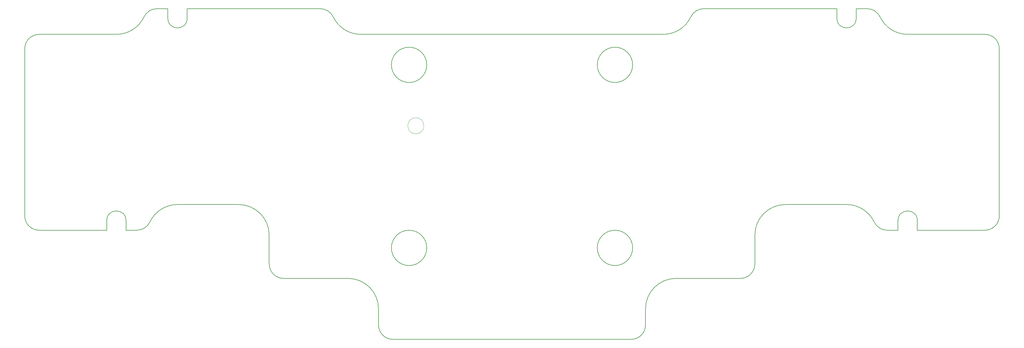
<source format=gm1>
G04 #@! TF.GenerationSoftware,KiCad,Pcbnew,5.1.2*
G04 #@! TF.CreationDate,2019-06-08T15:08:02+02:00*
G04 #@! TF.ProjectId,pcb,7063622e-6b69-4636-9164-5f7063625858,rev?*
G04 #@! TF.SameCoordinates,Original*
G04 #@! TF.FileFunction,Profile,NP*
%FSLAX46Y46*%
G04 Gerber Fmt 4.6, Leading zero omitted, Abs format (unit mm)*
G04 Created by KiCad (PCBNEW 5.1.2) date 2019-06-08 15:08:02*
%MOMM*%
%LPD*%
G04 APERTURE LIST*
%ADD10C,0.050000*%
%ADD11C,0.200000*%
G04 APERTURE END LIST*
D10*
X133692610Y-89916000D02*
G75*
G03X133692610Y-89916000I-2501610J0D01*
G01*
D11*
X90100500Y-137445000D02*
X110100500Y-137445000D01*
X35100500Y-119445000D02*
G75*
G02X41100500Y-119445000I3000000J0D01*
G01*
X57100500Y-114444999D02*
X76100500Y-114445000D01*
X48517175Y-119873570D02*
G75*
G02X57100500Y-114444999I8583325J-4071429D01*
G01*
X48517174Y-119873571D02*
G75*
G02X44451389Y-122444999I-4065785J1928571D01*
G01*
X41100500Y-122445000D02*
X44451389Y-122444999D01*
X41100500Y-119445000D02*
X41100500Y-122445000D01*
X35100500Y-122445000D02*
X35100500Y-119445000D01*
X14100500Y-122445000D02*
X35100500Y-122445000D01*
X14100501Y-122444999D02*
G75*
G02X9600500Y-117945000I-1J4500000D01*
G01*
X9600500Y-65945000D02*
X9600500Y-117945000D01*
X9600500Y-65945000D02*
G75*
G02X14100500Y-61445000I4500000J0D01*
G01*
X38100499Y-61445000D02*
X14100500Y-61445000D01*
X46683824Y-56016430D02*
G75*
G02X38100499Y-61445000I-8583324J4071429D01*
G01*
X46683825Y-56016429D02*
G75*
G02X50749610Y-53445001I4065785J-1928571D01*
G01*
X54100500Y-53445000D02*
X50749610Y-53445001D01*
X54100500Y-56445000D02*
X54100500Y-53445000D01*
X60100500Y-56445000D02*
G75*
G02X54100500Y-56445000I-3000000J0D01*
G01*
X60100500Y-53445000D02*
X60100500Y-56445000D01*
X101451389Y-53445000D02*
X60100500Y-53445000D01*
X101451389Y-53445001D02*
G75*
G02X105517174Y-56016429I0J-4499999D01*
G01*
X114100499Y-61445002D02*
G75*
G02X105517174Y-56016429I1J9500001D01*
G01*
X216683824Y-56016430D02*
G75*
G02X220749610Y-53445001I4065786J-1928571D01*
G01*
X262100500Y-53445001D02*
X220749610Y-53445001D01*
X262100500Y-56445001D02*
X262100500Y-53445001D01*
X268100500Y-56445001D02*
G75*
G02X262100500Y-56445001I-3000000J0D01*
G01*
X268100500Y-53445001D02*
X268100500Y-56445001D01*
X271451389Y-53445001D02*
X268100500Y-53445001D01*
X271451388Y-53445001D02*
G75*
G02X275517174Y-56016429I1J-4500000D01*
G01*
X284100499Y-61445002D02*
G75*
G02X275517174Y-56016429I1J9500001D01*
G01*
X308100500Y-61445001D02*
X284100500Y-61445001D01*
X308100500Y-61445000D02*
G75*
G02X312600500Y-65945000I0J-4500000D01*
G01*
X312600500Y-117945000D02*
X312600500Y-65945000D01*
X312600500Y-117945000D02*
G75*
G02X308100500Y-122445000I-4500000J0D01*
G01*
X287100500Y-122445000D02*
X308100500Y-122445000D01*
X287100500Y-119445000D02*
X287100500Y-122445000D01*
X281100500Y-119445000D02*
G75*
G02X287100500Y-119445000I3000000J0D01*
G01*
X281100500Y-122445000D02*
X281100500Y-119445000D01*
X277749610Y-122445000D02*
X281100500Y-122445000D01*
X277749610Y-122444999D02*
G75*
G02X273683825Y-119873571I0J4499999D01*
G01*
X265100500Y-114445000D02*
G75*
G02X273683825Y-119873571I0J-9500000D01*
G01*
X246100500Y-114445000D02*
X265100500Y-114445000D01*
X236600500Y-123945000D02*
G75*
G02X246100500Y-114445000I9500000J0D01*
G01*
X236600500Y-132945000D02*
X236600500Y-123945000D01*
X236600500Y-132945000D02*
G75*
G02X232100500Y-137445000I-4500000J0D01*
G01*
X212100500Y-137445000D02*
X232100500Y-137445000D01*
X202600500Y-146945000D02*
G75*
G02X212100500Y-137445000I9500000J0D01*
G01*
X202600500Y-151945000D02*
X202600500Y-146945000D01*
X202600500Y-151945000D02*
G75*
G02X198100500Y-156445000I-4500000J0D01*
G01*
X124100500Y-156445000D02*
X198100500Y-156445000D01*
X124100500Y-156445000D02*
G75*
G02X119600500Y-151945000I0J4500000D01*
G01*
X119600500Y-146945000D02*
X119600500Y-151945000D01*
X110100501Y-137444999D02*
G75*
G02X119600500Y-146945000I-1J-9500000D01*
G01*
X90100500Y-137445000D02*
G75*
G02X85600500Y-132945000I0J4500000D01*
G01*
X85600500Y-123945000D02*
X85600500Y-132945000D01*
X76100501Y-114444999D02*
G75*
G02X85600500Y-123945000I-1J-9500000D01*
G01*
X216683824Y-56016429D02*
G75*
G02X208100500Y-61445000I-8583324J4071428D01*
G01*
X114100500Y-61445000D02*
X208100500Y-61445000D01*
X198600500Y-127945000D02*
G75*
G03X198600500Y-127945000I-5500000J0D01*
G01*
X134600501Y-127945000D02*
G75*
G03X134600501Y-127945000I-5500000J0D01*
G01*
X198600500Y-70945000D02*
G75*
G03X198600500Y-70945000I-5500000J0D01*
G01*
X134600497Y-70944999D02*
G75*
G03X134600497Y-70944999I-5500000J0D01*
G01*
M02*

</source>
